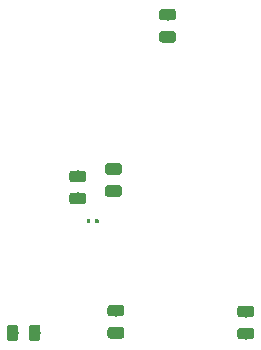
<source format=gbr>
G04 #@! TF.GenerationSoftware,KiCad,Pcbnew,5.1.1-8be2ce7~80~ubuntu18.10.1*
G04 #@! TF.CreationDate,2019-05-27T00:45:37+08:00*
G04 #@! TF.ProjectId,tas2562_dev_pcb,74617332-3536-4325-9f64-65765f706362,rev?*
G04 #@! TF.SameCoordinates,Original*
G04 #@! TF.FileFunction,Paste,Bot*
G04 #@! TF.FilePolarity,Positive*
%FSLAX46Y46*%
G04 Gerber Fmt 4.6, Leading zero omitted, Abs format (unit mm)*
G04 Created by KiCad (PCBNEW 5.1.1-8be2ce7~80~ubuntu18.10.1) date 2019-05-27 00:45:37*
%MOMM*%
%LPD*%
G04 APERTURE LIST*
%ADD10C,0.100000*%
%ADD11C,0.975000*%
%ADD12C,0.318000*%
G04 APERTURE END LIST*
D10*
G36*
X167866142Y-87651674D02*
G01*
X167889803Y-87655184D01*
X167913007Y-87660996D01*
X167935529Y-87669054D01*
X167957153Y-87679282D01*
X167977670Y-87691579D01*
X167996883Y-87705829D01*
X168014607Y-87721893D01*
X168030671Y-87739617D01*
X168044921Y-87758830D01*
X168057218Y-87779347D01*
X168067446Y-87800971D01*
X168075504Y-87823493D01*
X168081316Y-87846697D01*
X168084826Y-87870358D01*
X168086000Y-87894250D01*
X168086000Y-88381750D01*
X168084826Y-88405642D01*
X168081316Y-88429303D01*
X168075504Y-88452507D01*
X168067446Y-88475029D01*
X168057218Y-88496653D01*
X168044921Y-88517170D01*
X168030671Y-88536383D01*
X168014607Y-88554107D01*
X167996883Y-88570171D01*
X167977670Y-88584421D01*
X167957153Y-88596718D01*
X167935529Y-88606946D01*
X167913007Y-88615004D01*
X167889803Y-88620816D01*
X167866142Y-88624326D01*
X167842250Y-88625500D01*
X166929750Y-88625500D01*
X166905858Y-88624326D01*
X166882197Y-88620816D01*
X166858993Y-88615004D01*
X166836471Y-88606946D01*
X166814847Y-88596718D01*
X166794330Y-88584421D01*
X166775117Y-88570171D01*
X166757393Y-88554107D01*
X166741329Y-88536383D01*
X166727079Y-88517170D01*
X166714782Y-88496653D01*
X166704554Y-88475029D01*
X166696496Y-88452507D01*
X166690684Y-88429303D01*
X166687174Y-88405642D01*
X166686000Y-88381750D01*
X166686000Y-87894250D01*
X166687174Y-87870358D01*
X166690684Y-87846697D01*
X166696496Y-87823493D01*
X166704554Y-87800971D01*
X166714782Y-87779347D01*
X166727079Y-87758830D01*
X166741329Y-87739617D01*
X166757393Y-87721893D01*
X166775117Y-87705829D01*
X166794330Y-87691579D01*
X166814847Y-87679282D01*
X166836471Y-87669054D01*
X166858993Y-87660996D01*
X166882197Y-87655184D01*
X166905858Y-87651674D01*
X166929750Y-87650500D01*
X167842250Y-87650500D01*
X167866142Y-87651674D01*
X167866142Y-87651674D01*
G37*
D11*
X167386000Y-88138000D03*
D10*
G36*
X167866142Y-85776674D02*
G01*
X167889803Y-85780184D01*
X167913007Y-85785996D01*
X167935529Y-85794054D01*
X167957153Y-85804282D01*
X167977670Y-85816579D01*
X167996883Y-85830829D01*
X168014607Y-85846893D01*
X168030671Y-85864617D01*
X168044921Y-85883830D01*
X168057218Y-85904347D01*
X168067446Y-85925971D01*
X168075504Y-85948493D01*
X168081316Y-85971697D01*
X168084826Y-85995358D01*
X168086000Y-86019250D01*
X168086000Y-86506750D01*
X168084826Y-86530642D01*
X168081316Y-86554303D01*
X168075504Y-86577507D01*
X168067446Y-86600029D01*
X168057218Y-86621653D01*
X168044921Y-86642170D01*
X168030671Y-86661383D01*
X168014607Y-86679107D01*
X167996883Y-86695171D01*
X167977670Y-86709421D01*
X167957153Y-86721718D01*
X167935529Y-86731946D01*
X167913007Y-86740004D01*
X167889803Y-86745816D01*
X167866142Y-86749326D01*
X167842250Y-86750500D01*
X166929750Y-86750500D01*
X166905858Y-86749326D01*
X166882197Y-86745816D01*
X166858993Y-86740004D01*
X166836471Y-86731946D01*
X166814847Y-86721718D01*
X166794330Y-86709421D01*
X166775117Y-86695171D01*
X166757393Y-86679107D01*
X166741329Y-86661383D01*
X166727079Y-86642170D01*
X166714782Y-86621653D01*
X166704554Y-86600029D01*
X166696496Y-86577507D01*
X166690684Y-86554303D01*
X166687174Y-86530642D01*
X166686000Y-86506750D01*
X166686000Y-86019250D01*
X166687174Y-85995358D01*
X166690684Y-85971697D01*
X166696496Y-85948493D01*
X166704554Y-85925971D01*
X166714782Y-85904347D01*
X166727079Y-85883830D01*
X166741329Y-85864617D01*
X166757393Y-85846893D01*
X166775117Y-85830829D01*
X166794330Y-85816579D01*
X166814847Y-85804282D01*
X166836471Y-85794054D01*
X166858993Y-85785996D01*
X166882197Y-85780184D01*
X166905858Y-85776674D01*
X166929750Y-85775500D01*
X167842250Y-85775500D01*
X167866142Y-85776674D01*
X167866142Y-85776674D01*
G37*
D11*
X167386000Y-86263000D03*
D10*
G36*
X163480142Y-112713674D02*
G01*
X163503803Y-112717184D01*
X163527007Y-112722996D01*
X163549529Y-112731054D01*
X163571153Y-112741282D01*
X163591670Y-112753579D01*
X163610883Y-112767829D01*
X163628607Y-112783893D01*
X163644671Y-112801617D01*
X163658921Y-112820830D01*
X163671218Y-112841347D01*
X163681446Y-112862971D01*
X163689504Y-112885493D01*
X163695316Y-112908697D01*
X163698826Y-112932358D01*
X163700000Y-112956250D01*
X163700000Y-113443750D01*
X163698826Y-113467642D01*
X163695316Y-113491303D01*
X163689504Y-113514507D01*
X163681446Y-113537029D01*
X163671218Y-113558653D01*
X163658921Y-113579170D01*
X163644671Y-113598383D01*
X163628607Y-113616107D01*
X163610883Y-113632171D01*
X163591670Y-113646421D01*
X163571153Y-113658718D01*
X163549529Y-113668946D01*
X163527007Y-113677004D01*
X163503803Y-113682816D01*
X163480142Y-113686326D01*
X163456250Y-113687500D01*
X162543750Y-113687500D01*
X162519858Y-113686326D01*
X162496197Y-113682816D01*
X162472993Y-113677004D01*
X162450471Y-113668946D01*
X162428847Y-113658718D01*
X162408330Y-113646421D01*
X162389117Y-113632171D01*
X162371393Y-113616107D01*
X162355329Y-113598383D01*
X162341079Y-113579170D01*
X162328782Y-113558653D01*
X162318554Y-113537029D01*
X162310496Y-113514507D01*
X162304684Y-113491303D01*
X162301174Y-113467642D01*
X162300000Y-113443750D01*
X162300000Y-112956250D01*
X162301174Y-112932358D01*
X162304684Y-112908697D01*
X162310496Y-112885493D01*
X162318554Y-112862971D01*
X162328782Y-112841347D01*
X162341079Y-112820830D01*
X162355329Y-112801617D01*
X162371393Y-112783893D01*
X162389117Y-112767829D01*
X162408330Y-112753579D01*
X162428847Y-112741282D01*
X162450471Y-112731054D01*
X162472993Y-112722996D01*
X162496197Y-112717184D01*
X162519858Y-112713674D01*
X162543750Y-112712500D01*
X163456250Y-112712500D01*
X163480142Y-112713674D01*
X163480142Y-112713674D01*
G37*
D11*
X163000000Y-113200000D03*
D10*
G36*
X163480142Y-110838674D02*
G01*
X163503803Y-110842184D01*
X163527007Y-110847996D01*
X163549529Y-110856054D01*
X163571153Y-110866282D01*
X163591670Y-110878579D01*
X163610883Y-110892829D01*
X163628607Y-110908893D01*
X163644671Y-110926617D01*
X163658921Y-110945830D01*
X163671218Y-110966347D01*
X163681446Y-110987971D01*
X163689504Y-111010493D01*
X163695316Y-111033697D01*
X163698826Y-111057358D01*
X163700000Y-111081250D01*
X163700000Y-111568750D01*
X163698826Y-111592642D01*
X163695316Y-111616303D01*
X163689504Y-111639507D01*
X163681446Y-111662029D01*
X163671218Y-111683653D01*
X163658921Y-111704170D01*
X163644671Y-111723383D01*
X163628607Y-111741107D01*
X163610883Y-111757171D01*
X163591670Y-111771421D01*
X163571153Y-111783718D01*
X163549529Y-111793946D01*
X163527007Y-111802004D01*
X163503803Y-111807816D01*
X163480142Y-111811326D01*
X163456250Y-111812500D01*
X162543750Y-111812500D01*
X162519858Y-111811326D01*
X162496197Y-111807816D01*
X162472993Y-111802004D01*
X162450471Y-111793946D01*
X162428847Y-111783718D01*
X162408330Y-111771421D01*
X162389117Y-111757171D01*
X162371393Y-111741107D01*
X162355329Y-111723383D01*
X162341079Y-111704170D01*
X162328782Y-111683653D01*
X162318554Y-111662029D01*
X162310496Y-111639507D01*
X162304684Y-111616303D01*
X162301174Y-111592642D01*
X162300000Y-111568750D01*
X162300000Y-111081250D01*
X162301174Y-111057358D01*
X162304684Y-111033697D01*
X162310496Y-111010493D01*
X162318554Y-110987971D01*
X162328782Y-110966347D01*
X162341079Y-110945830D01*
X162355329Y-110926617D01*
X162371393Y-110908893D01*
X162389117Y-110892829D01*
X162408330Y-110878579D01*
X162428847Y-110866282D01*
X162450471Y-110856054D01*
X162472993Y-110847996D01*
X162496197Y-110842184D01*
X162519858Y-110838674D01*
X162543750Y-110837500D01*
X163456250Y-110837500D01*
X163480142Y-110838674D01*
X163480142Y-110838674D01*
G37*
D11*
X163000000Y-111325000D03*
D10*
G36*
X174480142Y-110913674D02*
G01*
X174503803Y-110917184D01*
X174527007Y-110922996D01*
X174549529Y-110931054D01*
X174571153Y-110941282D01*
X174591670Y-110953579D01*
X174610883Y-110967829D01*
X174628607Y-110983893D01*
X174644671Y-111001617D01*
X174658921Y-111020830D01*
X174671218Y-111041347D01*
X174681446Y-111062971D01*
X174689504Y-111085493D01*
X174695316Y-111108697D01*
X174698826Y-111132358D01*
X174700000Y-111156250D01*
X174700000Y-111643750D01*
X174698826Y-111667642D01*
X174695316Y-111691303D01*
X174689504Y-111714507D01*
X174681446Y-111737029D01*
X174671218Y-111758653D01*
X174658921Y-111779170D01*
X174644671Y-111798383D01*
X174628607Y-111816107D01*
X174610883Y-111832171D01*
X174591670Y-111846421D01*
X174571153Y-111858718D01*
X174549529Y-111868946D01*
X174527007Y-111877004D01*
X174503803Y-111882816D01*
X174480142Y-111886326D01*
X174456250Y-111887500D01*
X173543750Y-111887500D01*
X173519858Y-111886326D01*
X173496197Y-111882816D01*
X173472993Y-111877004D01*
X173450471Y-111868946D01*
X173428847Y-111858718D01*
X173408330Y-111846421D01*
X173389117Y-111832171D01*
X173371393Y-111816107D01*
X173355329Y-111798383D01*
X173341079Y-111779170D01*
X173328782Y-111758653D01*
X173318554Y-111737029D01*
X173310496Y-111714507D01*
X173304684Y-111691303D01*
X173301174Y-111667642D01*
X173300000Y-111643750D01*
X173300000Y-111156250D01*
X173301174Y-111132358D01*
X173304684Y-111108697D01*
X173310496Y-111085493D01*
X173318554Y-111062971D01*
X173328782Y-111041347D01*
X173341079Y-111020830D01*
X173355329Y-111001617D01*
X173371393Y-110983893D01*
X173389117Y-110967829D01*
X173408330Y-110953579D01*
X173428847Y-110941282D01*
X173450471Y-110931054D01*
X173472993Y-110922996D01*
X173496197Y-110917184D01*
X173519858Y-110913674D01*
X173543750Y-110912500D01*
X174456250Y-110912500D01*
X174480142Y-110913674D01*
X174480142Y-110913674D01*
G37*
D11*
X174000000Y-111400000D03*
D10*
G36*
X174480142Y-112788674D02*
G01*
X174503803Y-112792184D01*
X174527007Y-112797996D01*
X174549529Y-112806054D01*
X174571153Y-112816282D01*
X174591670Y-112828579D01*
X174610883Y-112842829D01*
X174628607Y-112858893D01*
X174644671Y-112876617D01*
X174658921Y-112895830D01*
X174671218Y-112916347D01*
X174681446Y-112937971D01*
X174689504Y-112960493D01*
X174695316Y-112983697D01*
X174698826Y-113007358D01*
X174700000Y-113031250D01*
X174700000Y-113518750D01*
X174698826Y-113542642D01*
X174695316Y-113566303D01*
X174689504Y-113589507D01*
X174681446Y-113612029D01*
X174671218Y-113633653D01*
X174658921Y-113654170D01*
X174644671Y-113673383D01*
X174628607Y-113691107D01*
X174610883Y-113707171D01*
X174591670Y-113721421D01*
X174571153Y-113733718D01*
X174549529Y-113743946D01*
X174527007Y-113752004D01*
X174503803Y-113757816D01*
X174480142Y-113761326D01*
X174456250Y-113762500D01*
X173543750Y-113762500D01*
X173519858Y-113761326D01*
X173496197Y-113757816D01*
X173472993Y-113752004D01*
X173450471Y-113743946D01*
X173428847Y-113733718D01*
X173408330Y-113721421D01*
X173389117Y-113707171D01*
X173371393Y-113691107D01*
X173355329Y-113673383D01*
X173341079Y-113654170D01*
X173328782Y-113633653D01*
X173318554Y-113612029D01*
X173310496Y-113589507D01*
X173304684Y-113566303D01*
X173301174Y-113542642D01*
X173300000Y-113518750D01*
X173300000Y-113031250D01*
X173301174Y-113007358D01*
X173304684Y-112983697D01*
X173310496Y-112960493D01*
X173318554Y-112937971D01*
X173328782Y-112916347D01*
X173341079Y-112895830D01*
X173355329Y-112876617D01*
X173371393Y-112858893D01*
X173389117Y-112842829D01*
X173408330Y-112828579D01*
X173428847Y-112816282D01*
X173450471Y-112806054D01*
X173472993Y-112797996D01*
X173496197Y-112792184D01*
X173519858Y-112788674D01*
X173543750Y-112787500D01*
X174456250Y-112787500D01*
X174480142Y-112788674D01*
X174480142Y-112788674D01*
G37*
D11*
X174000000Y-113275000D03*
D10*
G36*
X163280142Y-98838674D02*
G01*
X163303803Y-98842184D01*
X163327007Y-98847996D01*
X163349529Y-98856054D01*
X163371153Y-98866282D01*
X163391670Y-98878579D01*
X163410883Y-98892829D01*
X163428607Y-98908893D01*
X163444671Y-98926617D01*
X163458921Y-98945830D01*
X163471218Y-98966347D01*
X163481446Y-98987971D01*
X163489504Y-99010493D01*
X163495316Y-99033697D01*
X163498826Y-99057358D01*
X163500000Y-99081250D01*
X163500000Y-99568750D01*
X163498826Y-99592642D01*
X163495316Y-99616303D01*
X163489504Y-99639507D01*
X163481446Y-99662029D01*
X163471218Y-99683653D01*
X163458921Y-99704170D01*
X163444671Y-99723383D01*
X163428607Y-99741107D01*
X163410883Y-99757171D01*
X163391670Y-99771421D01*
X163371153Y-99783718D01*
X163349529Y-99793946D01*
X163327007Y-99802004D01*
X163303803Y-99807816D01*
X163280142Y-99811326D01*
X163256250Y-99812500D01*
X162343750Y-99812500D01*
X162319858Y-99811326D01*
X162296197Y-99807816D01*
X162272993Y-99802004D01*
X162250471Y-99793946D01*
X162228847Y-99783718D01*
X162208330Y-99771421D01*
X162189117Y-99757171D01*
X162171393Y-99741107D01*
X162155329Y-99723383D01*
X162141079Y-99704170D01*
X162128782Y-99683653D01*
X162118554Y-99662029D01*
X162110496Y-99639507D01*
X162104684Y-99616303D01*
X162101174Y-99592642D01*
X162100000Y-99568750D01*
X162100000Y-99081250D01*
X162101174Y-99057358D01*
X162104684Y-99033697D01*
X162110496Y-99010493D01*
X162118554Y-98987971D01*
X162128782Y-98966347D01*
X162141079Y-98945830D01*
X162155329Y-98926617D01*
X162171393Y-98908893D01*
X162189117Y-98892829D01*
X162208330Y-98878579D01*
X162228847Y-98866282D01*
X162250471Y-98856054D01*
X162272993Y-98847996D01*
X162296197Y-98842184D01*
X162319858Y-98838674D01*
X162343750Y-98837500D01*
X163256250Y-98837500D01*
X163280142Y-98838674D01*
X163280142Y-98838674D01*
G37*
D11*
X162800000Y-99325000D03*
D10*
G36*
X163280142Y-100713674D02*
G01*
X163303803Y-100717184D01*
X163327007Y-100722996D01*
X163349529Y-100731054D01*
X163371153Y-100741282D01*
X163391670Y-100753579D01*
X163410883Y-100767829D01*
X163428607Y-100783893D01*
X163444671Y-100801617D01*
X163458921Y-100820830D01*
X163471218Y-100841347D01*
X163481446Y-100862971D01*
X163489504Y-100885493D01*
X163495316Y-100908697D01*
X163498826Y-100932358D01*
X163500000Y-100956250D01*
X163500000Y-101443750D01*
X163498826Y-101467642D01*
X163495316Y-101491303D01*
X163489504Y-101514507D01*
X163481446Y-101537029D01*
X163471218Y-101558653D01*
X163458921Y-101579170D01*
X163444671Y-101598383D01*
X163428607Y-101616107D01*
X163410883Y-101632171D01*
X163391670Y-101646421D01*
X163371153Y-101658718D01*
X163349529Y-101668946D01*
X163327007Y-101677004D01*
X163303803Y-101682816D01*
X163280142Y-101686326D01*
X163256250Y-101687500D01*
X162343750Y-101687500D01*
X162319858Y-101686326D01*
X162296197Y-101682816D01*
X162272993Y-101677004D01*
X162250471Y-101668946D01*
X162228847Y-101658718D01*
X162208330Y-101646421D01*
X162189117Y-101632171D01*
X162171393Y-101616107D01*
X162155329Y-101598383D01*
X162141079Y-101579170D01*
X162128782Y-101558653D01*
X162118554Y-101537029D01*
X162110496Y-101514507D01*
X162104684Y-101491303D01*
X162101174Y-101467642D01*
X162100000Y-101443750D01*
X162100000Y-100956250D01*
X162101174Y-100932358D01*
X162104684Y-100908697D01*
X162110496Y-100885493D01*
X162118554Y-100862971D01*
X162128782Y-100841347D01*
X162141079Y-100820830D01*
X162155329Y-100801617D01*
X162171393Y-100783893D01*
X162189117Y-100767829D01*
X162208330Y-100753579D01*
X162228847Y-100741282D01*
X162250471Y-100731054D01*
X162272993Y-100722996D01*
X162296197Y-100717184D01*
X162319858Y-100713674D01*
X162343750Y-100712500D01*
X163256250Y-100712500D01*
X163280142Y-100713674D01*
X163280142Y-100713674D01*
G37*
D11*
X162800000Y-101200000D03*
D10*
G36*
X160246142Y-99462674D02*
G01*
X160269803Y-99466184D01*
X160293007Y-99471996D01*
X160315529Y-99480054D01*
X160337153Y-99490282D01*
X160357670Y-99502579D01*
X160376883Y-99516829D01*
X160394607Y-99532893D01*
X160410671Y-99550617D01*
X160424921Y-99569830D01*
X160437218Y-99590347D01*
X160447446Y-99611971D01*
X160455504Y-99634493D01*
X160461316Y-99657697D01*
X160464826Y-99681358D01*
X160466000Y-99705250D01*
X160466000Y-100192750D01*
X160464826Y-100216642D01*
X160461316Y-100240303D01*
X160455504Y-100263507D01*
X160447446Y-100286029D01*
X160437218Y-100307653D01*
X160424921Y-100328170D01*
X160410671Y-100347383D01*
X160394607Y-100365107D01*
X160376883Y-100381171D01*
X160357670Y-100395421D01*
X160337153Y-100407718D01*
X160315529Y-100417946D01*
X160293007Y-100426004D01*
X160269803Y-100431816D01*
X160246142Y-100435326D01*
X160222250Y-100436500D01*
X159309750Y-100436500D01*
X159285858Y-100435326D01*
X159262197Y-100431816D01*
X159238993Y-100426004D01*
X159216471Y-100417946D01*
X159194847Y-100407718D01*
X159174330Y-100395421D01*
X159155117Y-100381171D01*
X159137393Y-100365107D01*
X159121329Y-100347383D01*
X159107079Y-100328170D01*
X159094782Y-100307653D01*
X159084554Y-100286029D01*
X159076496Y-100263507D01*
X159070684Y-100240303D01*
X159067174Y-100216642D01*
X159066000Y-100192750D01*
X159066000Y-99705250D01*
X159067174Y-99681358D01*
X159070684Y-99657697D01*
X159076496Y-99634493D01*
X159084554Y-99611971D01*
X159094782Y-99590347D01*
X159107079Y-99569830D01*
X159121329Y-99550617D01*
X159137393Y-99532893D01*
X159155117Y-99516829D01*
X159174330Y-99502579D01*
X159194847Y-99490282D01*
X159216471Y-99480054D01*
X159238993Y-99471996D01*
X159262197Y-99466184D01*
X159285858Y-99462674D01*
X159309750Y-99461500D01*
X160222250Y-99461500D01*
X160246142Y-99462674D01*
X160246142Y-99462674D01*
G37*
D11*
X159766000Y-99949000D03*
D10*
G36*
X160246142Y-101337674D02*
G01*
X160269803Y-101341184D01*
X160293007Y-101346996D01*
X160315529Y-101355054D01*
X160337153Y-101365282D01*
X160357670Y-101377579D01*
X160376883Y-101391829D01*
X160394607Y-101407893D01*
X160410671Y-101425617D01*
X160424921Y-101444830D01*
X160437218Y-101465347D01*
X160447446Y-101486971D01*
X160455504Y-101509493D01*
X160461316Y-101532697D01*
X160464826Y-101556358D01*
X160466000Y-101580250D01*
X160466000Y-102067750D01*
X160464826Y-102091642D01*
X160461316Y-102115303D01*
X160455504Y-102138507D01*
X160447446Y-102161029D01*
X160437218Y-102182653D01*
X160424921Y-102203170D01*
X160410671Y-102222383D01*
X160394607Y-102240107D01*
X160376883Y-102256171D01*
X160357670Y-102270421D01*
X160337153Y-102282718D01*
X160315529Y-102292946D01*
X160293007Y-102301004D01*
X160269803Y-102306816D01*
X160246142Y-102310326D01*
X160222250Y-102311500D01*
X159309750Y-102311500D01*
X159285858Y-102310326D01*
X159262197Y-102306816D01*
X159238993Y-102301004D01*
X159216471Y-102292946D01*
X159194847Y-102282718D01*
X159174330Y-102270421D01*
X159155117Y-102256171D01*
X159137393Y-102240107D01*
X159121329Y-102222383D01*
X159107079Y-102203170D01*
X159094782Y-102182653D01*
X159084554Y-102161029D01*
X159076496Y-102138507D01*
X159070684Y-102115303D01*
X159067174Y-102091642D01*
X159066000Y-102067750D01*
X159066000Y-101580250D01*
X159067174Y-101556358D01*
X159070684Y-101532697D01*
X159076496Y-101509493D01*
X159084554Y-101486971D01*
X159094782Y-101465347D01*
X159107079Y-101444830D01*
X159121329Y-101425617D01*
X159137393Y-101407893D01*
X159155117Y-101391829D01*
X159174330Y-101377579D01*
X159194847Y-101365282D01*
X159216471Y-101355054D01*
X159238993Y-101346996D01*
X159262197Y-101341184D01*
X159285858Y-101337674D01*
X159309750Y-101336500D01*
X160222250Y-101336500D01*
X160246142Y-101337674D01*
X160246142Y-101337674D01*
G37*
D11*
X159766000Y-101824000D03*
D10*
G36*
X156405142Y-112501174D02*
G01*
X156428803Y-112504684D01*
X156452007Y-112510496D01*
X156474529Y-112518554D01*
X156496153Y-112528782D01*
X156516670Y-112541079D01*
X156535883Y-112555329D01*
X156553607Y-112571393D01*
X156569671Y-112589117D01*
X156583921Y-112608330D01*
X156596218Y-112628847D01*
X156606446Y-112650471D01*
X156614504Y-112672993D01*
X156620316Y-112696197D01*
X156623826Y-112719858D01*
X156625000Y-112743750D01*
X156625000Y-113656250D01*
X156623826Y-113680142D01*
X156620316Y-113703803D01*
X156614504Y-113727007D01*
X156606446Y-113749529D01*
X156596218Y-113771153D01*
X156583921Y-113791670D01*
X156569671Y-113810883D01*
X156553607Y-113828607D01*
X156535883Y-113844671D01*
X156516670Y-113858921D01*
X156496153Y-113871218D01*
X156474529Y-113881446D01*
X156452007Y-113889504D01*
X156428803Y-113895316D01*
X156405142Y-113898826D01*
X156381250Y-113900000D01*
X155893750Y-113900000D01*
X155869858Y-113898826D01*
X155846197Y-113895316D01*
X155822993Y-113889504D01*
X155800471Y-113881446D01*
X155778847Y-113871218D01*
X155758330Y-113858921D01*
X155739117Y-113844671D01*
X155721393Y-113828607D01*
X155705329Y-113810883D01*
X155691079Y-113791670D01*
X155678782Y-113771153D01*
X155668554Y-113749529D01*
X155660496Y-113727007D01*
X155654684Y-113703803D01*
X155651174Y-113680142D01*
X155650000Y-113656250D01*
X155650000Y-112743750D01*
X155651174Y-112719858D01*
X155654684Y-112696197D01*
X155660496Y-112672993D01*
X155668554Y-112650471D01*
X155678782Y-112628847D01*
X155691079Y-112608330D01*
X155705329Y-112589117D01*
X155721393Y-112571393D01*
X155739117Y-112555329D01*
X155758330Y-112541079D01*
X155778847Y-112528782D01*
X155800471Y-112518554D01*
X155822993Y-112510496D01*
X155846197Y-112504684D01*
X155869858Y-112501174D01*
X155893750Y-112500000D01*
X156381250Y-112500000D01*
X156405142Y-112501174D01*
X156405142Y-112501174D01*
G37*
D11*
X156137500Y-113200000D03*
D10*
G36*
X154530142Y-112501174D02*
G01*
X154553803Y-112504684D01*
X154577007Y-112510496D01*
X154599529Y-112518554D01*
X154621153Y-112528782D01*
X154641670Y-112541079D01*
X154660883Y-112555329D01*
X154678607Y-112571393D01*
X154694671Y-112589117D01*
X154708921Y-112608330D01*
X154721218Y-112628847D01*
X154731446Y-112650471D01*
X154739504Y-112672993D01*
X154745316Y-112696197D01*
X154748826Y-112719858D01*
X154750000Y-112743750D01*
X154750000Y-113656250D01*
X154748826Y-113680142D01*
X154745316Y-113703803D01*
X154739504Y-113727007D01*
X154731446Y-113749529D01*
X154721218Y-113771153D01*
X154708921Y-113791670D01*
X154694671Y-113810883D01*
X154678607Y-113828607D01*
X154660883Y-113844671D01*
X154641670Y-113858921D01*
X154621153Y-113871218D01*
X154599529Y-113881446D01*
X154577007Y-113889504D01*
X154553803Y-113895316D01*
X154530142Y-113898826D01*
X154506250Y-113900000D01*
X154018750Y-113900000D01*
X153994858Y-113898826D01*
X153971197Y-113895316D01*
X153947993Y-113889504D01*
X153925471Y-113881446D01*
X153903847Y-113871218D01*
X153883330Y-113858921D01*
X153864117Y-113844671D01*
X153846393Y-113828607D01*
X153830329Y-113810883D01*
X153816079Y-113791670D01*
X153803782Y-113771153D01*
X153793554Y-113749529D01*
X153785496Y-113727007D01*
X153779684Y-113703803D01*
X153776174Y-113680142D01*
X153775000Y-113656250D01*
X153775000Y-112743750D01*
X153776174Y-112719858D01*
X153779684Y-112696197D01*
X153785496Y-112672993D01*
X153793554Y-112650471D01*
X153803782Y-112628847D01*
X153816079Y-112608330D01*
X153830329Y-112589117D01*
X153846393Y-112571393D01*
X153864117Y-112555329D01*
X153883330Y-112541079D01*
X153903847Y-112528782D01*
X153925471Y-112518554D01*
X153947993Y-112510496D01*
X153971197Y-112504684D01*
X153994858Y-112501174D01*
X154018750Y-112500000D01*
X154506250Y-112500000D01*
X154530142Y-112501174D01*
X154530142Y-112501174D01*
G37*
D11*
X154262500Y-113200000D03*
D10*
G36*
X160778292Y-103579383D02*
G01*
X160786010Y-103580528D01*
X160793578Y-103582423D01*
X160800923Y-103585052D01*
X160807976Y-103588387D01*
X160814668Y-103592398D01*
X160820934Y-103597046D01*
X160826715Y-103602285D01*
X160831954Y-103608066D01*
X160836602Y-103614332D01*
X160840613Y-103621024D01*
X160843948Y-103628077D01*
X160846577Y-103635422D01*
X160848472Y-103642990D01*
X160849617Y-103650708D01*
X160850000Y-103658500D01*
X160850000Y-103859500D01*
X160849617Y-103867292D01*
X160848472Y-103875010D01*
X160846577Y-103882578D01*
X160843948Y-103889923D01*
X160840613Y-103896976D01*
X160836602Y-103903668D01*
X160831954Y-103909934D01*
X160826715Y-103915715D01*
X160820934Y-103920954D01*
X160814668Y-103925602D01*
X160807976Y-103929613D01*
X160800923Y-103932948D01*
X160793578Y-103935577D01*
X160786010Y-103937472D01*
X160778292Y-103938617D01*
X160770500Y-103939000D01*
X160611500Y-103939000D01*
X160603708Y-103938617D01*
X160595990Y-103937472D01*
X160588422Y-103935577D01*
X160581077Y-103932948D01*
X160574024Y-103929613D01*
X160567332Y-103925602D01*
X160561066Y-103920954D01*
X160555285Y-103915715D01*
X160550046Y-103909934D01*
X160545398Y-103903668D01*
X160541387Y-103896976D01*
X160538052Y-103889923D01*
X160535423Y-103882578D01*
X160533528Y-103875010D01*
X160532383Y-103867292D01*
X160532000Y-103859500D01*
X160532000Y-103658500D01*
X160532383Y-103650708D01*
X160533528Y-103642990D01*
X160535423Y-103635422D01*
X160538052Y-103628077D01*
X160541387Y-103621024D01*
X160545398Y-103614332D01*
X160550046Y-103608066D01*
X160555285Y-103602285D01*
X160561066Y-103597046D01*
X160567332Y-103592398D01*
X160574024Y-103588387D01*
X160581077Y-103585052D01*
X160588422Y-103582423D01*
X160595990Y-103580528D01*
X160603708Y-103579383D01*
X160611500Y-103579000D01*
X160770500Y-103579000D01*
X160778292Y-103579383D01*
X160778292Y-103579383D01*
G37*
D12*
X160691000Y-103759000D03*
D10*
G36*
X161468292Y-103579383D02*
G01*
X161476010Y-103580528D01*
X161483578Y-103582423D01*
X161490923Y-103585052D01*
X161497976Y-103588387D01*
X161504668Y-103592398D01*
X161510934Y-103597046D01*
X161516715Y-103602285D01*
X161521954Y-103608066D01*
X161526602Y-103614332D01*
X161530613Y-103621024D01*
X161533948Y-103628077D01*
X161536577Y-103635422D01*
X161538472Y-103642990D01*
X161539617Y-103650708D01*
X161540000Y-103658500D01*
X161540000Y-103859500D01*
X161539617Y-103867292D01*
X161538472Y-103875010D01*
X161536577Y-103882578D01*
X161533948Y-103889923D01*
X161530613Y-103896976D01*
X161526602Y-103903668D01*
X161521954Y-103909934D01*
X161516715Y-103915715D01*
X161510934Y-103920954D01*
X161504668Y-103925602D01*
X161497976Y-103929613D01*
X161490923Y-103932948D01*
X161483578Y-103935577D01*
X161476010Y-103937472D01*
X161468292Y-103938617D01*
X161460500Y-103939000D01*
X161301500Y-103939000D01*
X161293708Y-103938617D01*
X161285990Y-103937472D01*
X161278422Y-103935577D01*
X161271077Y-103932948D01*
X161264024Y-103929613D01*
X161257332Y-103925602D01*
X161251066Y-103920954D01*
X161245285Y-103915715D01*
X161240046Y-103909934D01*
X161235398Y-103903668D01*
X161231387Y-103896976D01*
X161228052Y-103889923D01*
X161225423Y-103882578D01*
X161223528Y-103875010D01*
X161222383Y-103867292D01*
X161222000Y-103859500D01*
X161222000Y-103658500D01*
X161222383Y-103650708D01*
X161223528Y-103642990D01*
X161225423Y-103635422D01*
X161228052Y-103628077D01*
X161231387Y-103621024D01*
X161235398Y-103614332D01*
X161240046Y-103608066D01*
X161245285Y-103602285D01*
X161251066Y-103597046D01*
X161257332Y-103592398D01*
X161264024Y-103588387D01*
X161271077Y-103585052D01*
X161278422Y-103582423D01*
X161285990Y-103580528D01*
X161293708Y-103579383D01*
X161301500Y-103579000D01*
X161460500Y-103579000D01*
X161468292Y-103579383D01*
X161468292Y-103579383D01*
G37*
D12*
X161381000Y-103759000D03*
M02*

</source>
